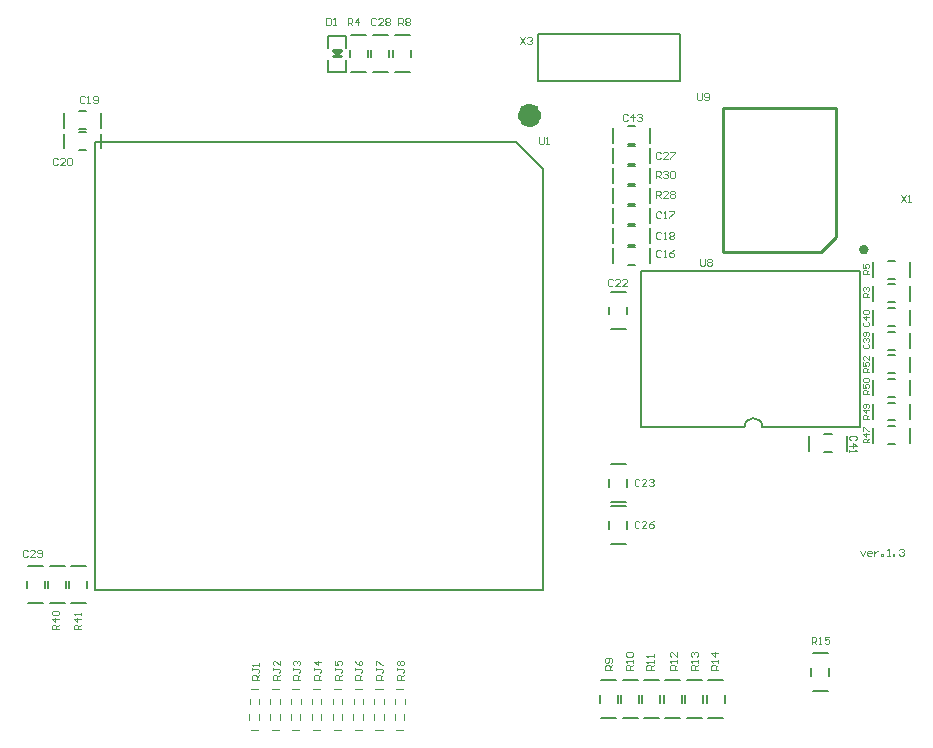
<source format=gto>
G04*
G04 #@! TF.GenerationSoftware,Altium Limited,Altium Designer,22.1.2 (22)*
G04*
G04 Layer_Color=439754*
%FSAX42Y42*%
%MOMM*%
G71*
G04*
G04 #@! TF.SameCoordinates,034806BB-B1BB-4671-9D6B-E9DA0DB7271A*
G04*
G04*
G04 #@! TF.FilePolarity,Positive*
G04*
G01*
G75*
%ADD10C,1.00*%
%ADD11C,0.15*%
%ADD12C,0.40*%
%ADD13C,0.20*%
%ADD14C,0.15*%
%ADD15C,0.25*%
%ADD16C,0.13*%
%ADD17C,0.10*%
D10*
X004880Y005317D02*
G03*
X004880Y005317I-000050J000000D01*
G01*
D11*
X006802Y002678D02*
G03*
X006650Y002678I-000076J000000D01*
G01*
X005770D02*
Y003999D01*
X007630Y002678D02*
Y003999D01*
X005770D02*
X007630D01*
X006802Y002678D02*
X007630D01*
X005770D02*
X006650D01*
D12*
X007680Y004180D02*
G03*
X007680Y004180I-000020J000000D01*
G01*
D13*
X004713Y005088D02*
X004942Y004860D01*
Y001295D02*
Y004860D01*
X001149Y001295D02*
X004942D01*
X001149D02*
Y005088D01*
X004713D01*
D14*
X000726Y001314D02*
Y001377D01*
X000574Y001314D02*
Y001377D01*
X000586Y001504D02*
X000714D01*
X000586Y001186D02*
X000714D01*
X000766Y001504D02*
X000894D01*
X000766Y001186D02*
X000894D01*
X000906Y001314D02*
Y001377D01*
X000754Y001314D02*
Y001377D01*
X000947Y001504D02*
X001073D01*
X000947Y001186D02*
X001073D01*
X001086Y001314D02*
Y001377D01*
X000934Y001314D02*
Y001377D01*
X003321Y005682D02*
X003448D01*
X003321Y005999D02*
X003448D01*
X003308Y005809D02*
Y005872D01*
X003461Y005809D02*
Y005872D01*
X003688Y005999D02*
X003815D01*
X003688Y005681D02*
X003815D01*
X003827Y005808D02*
Y005872D01*
X003675Y005808D02*
Y005872D01*
X003504Y005999D02*
X003631D01*
X003504Y005681D02*
X003631D01*
X003644Y005808D02*
Y005872D01*
X003492Y005808D02*
Y005872D01*
X008054Y003546D02*
Y003673D01*
X007736Y003546D02*
Y003673D01*
X007864Y003534D02*
X007927D01*
X007864Y003686D02*
X007927D01*
X007196Y002476D02*
Y002603D01*
X007514Y002476D02*
Y002603D01*
X007324Y002616D02*
X007387D01*
X007324Y002464D02*
X007387D01*
X008054Y003346D02*
Y003473D01*
X007736Y003346D02*
Y003473D01*
X007864Y003334D02*
X007927D01*
X007864Y003486D02*
X007927D01*
X008054Y002546D02*
Y002673D01*
X007736Y002546D02*
Y002673D01*
X007864Y002534D02*
X007927D01*
X007864Y002686D02*
X007927D01*
X007736Y003747D02*
Y003874D01*
X008054Y003747D02*
Y003874D01*
X007864Y003886D02*
X007927D01*
X007864Y003734D02*
X007927D01*
X007736Y003947D02*
Y004074D01*
X008054Y003947D02*
Y004074D01*
X007864Y004086D02*
X007927D01*
X007864Y003934D02*
X007927D01*
X008054Y002746D02*
Y002873D01*
X007736Y002746D02*
Y002873D01*
X007864Y002734D02*
X007927D01*
X007864Y002886D02*
X007927D01*
X008054Y003146D02*
Y003273D01*
X007736Y003146D02*
Y003273D01*
X007864Y003134D02*
X007927D01*
X007864Y003286D02*
X007927D01*
X007864Y003086D02*
X007927D01*
X007864Y002934D02*
X007927D01*
X007736Y002946D02*
Y003073D01*
X008054Y002946D02*
Y003073D01*
X005663Y005071D02*
X005727D01*
X005663Y005224D02*
X005727D01*
X005854Y005084D02*
Y005211D01*
X005537Y005084D02*
Y005211D01*
X005663Y004904D02*
X005726D01*
X005663Y005056D02*
X005726D01*
X005853Y004917D02*
Y005044D01*
X005536Y004917D02*
Y005044D01*
X005504Y001818D02*
Y001882D01*
X005656Y001818D02*
Y001882D01*
X005517Y001691D02*
X005644D01*
X005517Y002008D02*
X005644D01*
X005656Y002174D02*
Y002237D01*
X005504Y002174D02*
Y002237D01*
X005517Y002364D02*
X005644D01*
X005517Y002047D02*
X005644D01*
X005504Y003633D02*
Y003697D01*
X005656Y003633D02*
Y003697D01*
X005517Y003506D02*
X005644D01*
X005517Y003824D02*
X005644D01*
X001014Y005024D02*
X001077D01*
X001014Y005176D02*
X001077D01*
X001204Y005037D02*
Y005163D01*
X000886Y005037D02*
Y005163D01*
X001014Y005199D02*
X001077D01*
X001014Y005351D02*
X001077D01*
X001204Y005212D02*
Y005338D01*
X000886Y005212D02*
Y005338D01*
X005663Y004377D02*
X005726D01*
X005663Y004224D02*
X005726D01*
X005536Y004237D02*
Y004364D01*
X005853Y004237D02*
Y004364D01*
X005663Y004547D02*
X005726D01*
X005663Y004394D02*
X005726D01*
X005536Y004407D02*
Y004534D01*
X005853Y004407D02*
Y004534D01*
X005663Y004207D02*
X005726D01*
X005663Y004054D02*
X005726D01*
X005536Y004067D02*
Y004194D01*
X005853Y004067D02*
Y004194D01*
X007366Y000574D02*
Y000637D01*
X007214Y000574D02*
Y000637D01*
X007226Y000764D02*
X007354D01*
X007226Y000447D02*
X007354D01*
X005853Y004747D02*
Y004874D01*
X005536Y004747D02*
Y004874D01*
X005663Y004734D02*
X005726D01*
X005663Y004886D02*
X005726D01*
X005663Y004716D02*
X005726D01*
X005663Y004564D02*
X005726D01*
X005536Y004577D02*
Y004704D01*
X005853Y004577D02*
Y004704D01*
X004900Y005610D02*
X006100D01*
X004900D02*
Y006010D01*
X006100D01*
Y005610D02*
Y006010D01*
X005437Y000216D02*
X005563D01*
X005437Y000534D02*
X005563D01*
X005424Y000343D02*
Y000407D01*
X005576Y000343D02*
Y000407D01*
X005618Y000216D02*
X005745D01*
X005618Y000534D02*
X005745D01*
X005605Y000343D02*
Y000407D01*
X005757Y000343D02*
Y000407D01*
X005980Y000216D02*
X006107D01*
X005980Y000534D02*
X006107D01*
X005967Y000343D02*
Y000407D01*
X006120Y000343D02*
Y000407D01*
X006161Y000216D02*
X006288D01*
X006161Y000534D02*
X006288D01*
X006149Y000343D02*
Y000407D01*
X006301Y000343D02*
Y000407D01*
X006482Y000343D02*
Y000407D01*
X006330Y000343D02*
Y000407D01*
X006342Y000534D02*
X006469D01*
X006342Y000216D02*
X006469D01*
X005799D02*
X005926D01*
X005799Y000534D02*
X005926D01*
X005786Y000343D02*
Y000407D01*
X005939Y000343D02*
Y000407D01*
D15*
X003201Y005841D02*
Y005867D01*
X003162Y005816D02*
X003238D01*
X003162Y005867D02*
X003200D01*
Y005829D02*
X003238Y005867D01*
X003162D02*
X003200Y005829D01*
Y005867D02*
X003238D01*
X007425Y004288D02*
Y005381D01*
X007298Y004161D02*
X007425Y004288D01*
X006472Y004161D02*
X007298D01*
X006472Y005381D02*
X007425D01*
X006472Y004161D02*
Y005381D01*
D16*
X003124Y005686D02*
Y005788D01*
X003276Y005889D02*
Y005991D01*
Y005686D02*
Y005788D01*
X003124Y005889D02*
Y005991D01*
X003276D01*
X003124Y005686D02*
X003276D01*
D17*
X003702Y000462D02*
X003762D01*
X003771Y000200D02*
Y000250D01*
X003691Y000200D02*
Y000250D01*
X003692Y000330D02*
Y000380D01*
X003772Y000330D02*
Y000380D01*
X003702Y000117D02*
X003762D01*
X003526Y000462D02*
X003586D01*
X003595Y000200D02*
Y000250D01*
X003515Y000200D02*
Y000250D01*
X003516Y000330D02*
Y000380D01*
X003596Y000330D02*
Y000380D01*
X003526Y000117D02*
X003586D01*
X003350Y000462D02*
X003410D01*
X003419Y000200D02*
Y000250D01*
X003339Y000200D02*
Y000250D01*
X003340Y000330D02*
Y000380D01*
X003420Y000330D02*
Y000380D01*
X003350Y000117D02*
X003410D01*
X003174Y000462D02*
X003234D01*
X003243Y000200D02*
Y000250D01*
X003163Y000200D02*
Y000250D01*
X003164Y000330D02*
Y000380D01*
X003244Y000330D02*
Y000380D01*
X003174Y000117D02*
X003234D01*
X002998Y000462D02*
X003058D01*
X003067Y000200D02*
Y000250D01*
X002987Y000200D02*
Y000250D01*
X002988Y000330D02*
Y000380D01*
X003068Y000330D02*
Y000380D01*
X002998Y000117D02*
X003058D01*
X002822Y000462D02*
X002882D01*
X002891Y000200D02*
Y000250D01*
X002811Y000200D02*
Y000250D01*
X002812Y000330D02*
Y000380D01*
X002892Y000330D02*
Y000380D01*
X002822Y000117D02*
X002882D01*
X002646D02*
X002706D01*
X002716Y000330D02*
Y000380D01*
X002636Y000330D02*
Y000380D01*
X002635Y000200D02*
Y000250D01*
X002715Y000200D02*
Y000250D01*
X002646Y000462D02*
X002706D01*
X002470D02*
X002530D01*
X002539Y000200D02*
Y000250D01*
X002459Y000200D02*
Y000250D01*
X002460Y000330D02*
Y000380D01*
X002540Y000330D02*
Y000380D01*
X002470Y000117D02*
X002530D01*
X007630Y001630D02*
X007650Y001590D01*
X007670Y001630D01*
X007720Y001590D02*
X007700D01*
X007690Y001600D01*
Y001620D01*
X007700Y001630D01*
X007720D01*
X007730Y001620D01*
Y001610D01*
X007690D01*
X007750Y001630D02*
Y001590D01*
Y001610D01*
X007760Y001620D01*
X007770Y001630D01*
X007780D01*
X007810Y001590D02*
Y001600D01*
X007820D01*
Y001590D01*
X007810D01*
X007860D02*
X007880D01*
X007870D01*
Y001650D01*
X007860Y001640D01*
X007910Y001590D02*
Y001600D01*
X007920D01*
Y001590D01*
X007910D01*
X007960Y001640D02*
X007970Y001650D01*
X007990D01*
X008000Y001640D01*
Y001630D01*
X007990Y001620D01*
X007980D01*
X007990D01*
X008000Y001610D01*
Y001600D01*
X007990Y001590D01*
X007970D01*
X007960Y001600D01*
X007976Y004642D02*
X008016Y004582D01*
Y004642D02*
X007976Y004582D01*
X008036D02*
X008056D01*
X008046D01*
Y004642D01*
X008036Y004632D01*
X004912Y005132D02*
Y005082D01*
X004922Y005072D01*
X004942D01*
X004952Y005082D01*
Y005132D01*
X004972Y005072D02*
X004992D01*
X004982D01*
Y005132D01*
X004972Y005122D01*
X003290Y006080D02*
Y006140D01*
X003320D01*
X003330Y006130D01*
Y006110D01*
X003320Y006100D01*
X003290D01*
X003310D02*
X003330Y006080D01*
X003380D02*
Y006140D01*
X003350Y006110D01*
X003390D01*
X003110Y006140D02*
Y006080D01*
X003140D01*
X003150Y006090D01*
Y006130D01*
X003140Y006140D01*
X003110D01*
X003170Y006080D02*
X003190D01*
X003180D01*
Y006140D01*
X003170Y006130D01*
X003765Y000540D02*
X003705D01*
Y000570D01*
X003715Y000580D01*
X003735D01*
X003745Y000570D01*
Y000540D01*
Y000560D02*
X003765Y000580D01*
X003705Y000640D02*
Y000620D01*
Y000630D01*
X003755D01*
X003765Y000620D01*
Y000610D01*
X003755Y000600D01*
X003715Y000660D02*
X003705Y000670D01*
Y000690D01*
X003715Y000700D01*
X003725D01*
X003735Y000690D01*
X003745Y000700D01*
X003755D01*
X003765Y000690D01*
Y000670D01*
X003755Y000660D01*
X003745D01*
X003735Y000670D01*
X003725Y000660D01*
X003715D01*
X003735Y000670D02*
Y000690D01*
X003590Y000540D02*
X003530D01*
Y000570D01*
X003540Y000580D01*
X003560D01*
X003570Y000570D01*
Y000540D01*
Y000560D02*
X003590Y000580D01*
X003530Y000640D02*
Y000620D01*
Y000630D01*
X003580D01*
X003590Y000620D01*
Y000610D01*
X003580Y000600D01*
X003530Y000660D02*
Y000700D01*
X003540D01*
X003580Y000660D01*
X003590D01*
X003415Y000540D02*
X003355D01*
Y000570D01*
X003365Y000580D01*
X003385D01*
X003395Y000570D01*
Y000540D01*
Y000560D02*
X003415Y000580D01*
X003355Y000640D02*
Y000620D01*
Y000630D01*
X003405D01*
X003415Y000620D01*
Y000610D01*
X003405Y000600D01*
X003355Y000700D02*
X003365Y000680D01*
X003385Y000660D01*
X003405D01*
X003415Y000670D01*
Y000690D01*
X003405Y000700D01*
X003395D01*
X003385Y000690D01*
Y000660D01*
X003240Y000540D02*
X003180D01*
Y000570D01*
X003190Y000580D01*
X003210D01*
X003220Y000570D01*
Y000540D01*
Y000560D02*
X003240Y000580D01*
X003180Y000640D02*
Y000620D01*
Y000630D01*
X003230D01*
X003240Y000620D01*
Y000610D01*
X003230Y000600D01*
X003180Y000700D02*
Y000660D01*
X003210D01*
X003200Y000680D01*
Y000690D01*
X003210Y000700D01*
X003230D01*
X003240Y000690D01*
Y000670D01*
X003230Y000660D01*
X003065Y000540D02*
X003005D01*
Y000570D01*
X003015Y000580D01*
X003035D01*
X003045Y000570D01*
Y000540D01*
Y000560D02*
X003065Y000580D01*
X003005Y000640D02*
Y000620D01*
Y000630D01*
X003055D01*
X003065Y000620D01*
Y000610D01*
X003055Y000600D01*
X003065Y000690D02*
X003005D01*
X003035Y000660D01*
Y000700D01*
X002890Y000540D02*
X002830D01*
Y000570D01*
X002840Y000580D01*
X002860D01*
X002870Y000570D01*
Y000540D01*
Y000560D02*
X002890Y000580D01*
X002830Y000640D02*
Y000620D01*
Y000630D01*
X002880D01*
X002890Y000620D01*
Y000610D01*
X002880Y000600D01*
X002840Y000660D02*
X002830Y000670D01*
Y000690D01*
X002840Y000700D01*
X002850D01*
X002860Y000690D01*
Y000680D01*
Y000690D01*
X002870Y000700D01*
X002880D01*
X002890Y000690D01*
Y000670D01*
X002880Y000660D01*
X002715Y000540D02*
X002655D01*
Y000570D01*
X002665Y000580D01*
X002685D01*
X002695Y000570D01*
Y000540D01*
Y000560D02*
X002715Y000580D01*
X002655Y000640D02*
Y000620D01*
Y000630D01*
X002705D01*
X002715Y000620D01*
Y000610D01*
X002705Y000600D01*
X002715Y000700D02*
Y000660D01*
X002675Y000700D01*
X002665D01*
X002655Y000690D01*
Y000670D01*
X002665Y000660D01*
X002540Y000538D02*
X002480D01*
Y000568D01*
X002490Y000578D01*
X002510D01*
X002520Y000568D01*
Y000538D01*
Y000558D02*
X002540Y000578D01*
X002480Y000638D02*
Y000618D01*
Y000628D01*
X002530D01*
X002540Y000618D01*
Y000608D01*
X002530Y000598D01*
X002540Y000658D02*
Y000678D01*
Y000668D01*
X002480D01*
X002490Y000658D01*
X007706Y003978D02*
X007656D01*
Y004003D01*
X007665Y004012D01*
X007681D01*
X007690Y004003D01*
Y003978D01*
Y003995D02*
X007706Y004012D01*
X007656Y004062D02*
Y004028D01*
X007681D01*
X007673Y004045D01*
Y004053D01*
X007681Y004062D01*
X007698D01*
X007706Y004053D01*
Y004037D01*
X007698Y004028D01*
X007706Y003783D02*
X007656D01*
Y003808D01*
X007665Y003817D01*
X007681D01*
X007690Y003808D01*
Y003783D01*
Y003800D02*
X007706Y003817D01*
X007665Y003833D02*
X007656Y003842D01*
Y003858D01*
X007665Y003867D01*
X007673D01*
X007681Y003858D01*
Y003850D01*
Y003858D01*
X007690Y003867D01*
X007698D01*
X007706Y003858D01*
Y003842D01*
X007698Y003833D01*
X004750Y005980D02*
X004790Y005920D01*
Y005980D02*
X004750Y005920D01*
X004810Y005970D02*
X004820Y005980D01*
X004840D01*
X004850Y005970D01*
Y005960D01*
X004840Y005950D01*
X004830D01*
X004840D01*
X004850Y005940D01*
Y005930D01*
X004840Y005920D01*
X004820D01*
X004810Y005930D01*
X006250Y005505D02*
Y005455D01*
X006260Y005445D01*
X006280D01*
X006290Y005455D01*
Y005505D01*
X006310Y005455D02*
X006320Y005445D01*
X006340D01*
X006350Y005455D01*
Y005495D01*
X006340Y005505D01*
X006320D01*
X006310Y005495D01*
Y005485D01*
X006320Y005475D01*
X006350D01*
X006275Y004105D02*
Y004055D01*
X006285Y004045D01*
X006305D01*
X006315Y004055D01*
Y004105D01*
X006335Y004095D02*
X006345Y004105D01*
X006365D01*
X006375Y004095D01*
Y004085D01*
X006365Y004075D01*
X006375Y004065D01*
Y004055D01*
X006365Y004045D01*
X006345D01*
X006335Y004055D01*
Y004065D01*
X006345Y004075D01*
X006335Y004085D01*
Y004095D01*
X006345Y004075D02*
X006365D01*
X007706Y003146D02*
X007656D01*
Y003171D01*
X007665Y003179D01*
X007681D01*
X007690Y003171D01*
Y003146D01*
Y003163D02*
X007706Y003179D01*
X007656Y003229D02*
Y003196D01*
X007681D01*
X007673Y003213D01*
Y003221D01*
X007681Y003229D01*
X007698D01*
X007706Y003221D01*
Y003204D01*
X007698Y003196D01*
X007706Y003279D02*
Y003246D01*
X007673Y003279D01*
X007665D01*
X007656Y003271D01*
Y003254D01*
X007665Y003246D01*
X007706Y002958D02*
X007656D01*
Y002983D01*
X007665Y002992D01*
X007681D01*
X007690Y002983D01*
Y002958D01*
Y002975D02*
X007706Y002992D01*
X007656Y003042D02*
Y003008D01*
X007681D01*
X007673Y003025D01*
Y003033D01*
X007681Y003042D01*
X007698D01*
X007706Y003033D01*
Y003017D01*
X007698Y003008D01*
X007665Y003058D02*
X007656Y003067D01*
Y003083D01*
X007665Y003092D01*
X007698D01*
X007706Y003083D01*
Y003067D01*
X007698Y003058D01*
X007665D01*
X007706Y002744D02*
X007656D01*
Y002769D01*
X007665Y002777D01*
X007681D01*
X007690Y002769D01*
Y002744D01*
Y002761D02*
X007706Y002777D01*
Y002819D02*
X007656D01*
X007681Y002794D01*
Y002827D01*
X007698Y002844D02*
X007706Y002852D01*
Y002869D01*
X007698Y002877D01*
X007665D01*
X007656Y002869D01*
Y002852D01*
X007665Y002844D01*
X007673D01*
X007681Y002852D01*
Y002877D01*
X007706Y002548D02*
X007656D01*
Y002573D01*
X007665Y002581D01*
X007681D01*
X007690Y002573D01*
Y002548D01*
Y002565D02*
X007706Y002581D01*
Y002623D02*
X007656D01*
X007681Y002598D01*
Y002631D01*
X007656Y002648D02*
Y002681D01*
X007665D01*
X007698Y002648D01*
X007706D01*
X001030Y000966D02*
X000970D01*
Y000996D01*
X000980Y001006D01*
X001000D01*
X001010Y000996D01*
Y000966D01*
Y000986D02*
X001030Y001006D01*
Y001055D02*
X000970D01*
X001000Y001026D01*
Y001065D01*
X001030Y001085D02*
Y001105D01*
Y001095D01*
X000970D01*
X000980Y001085D01*
X000845Y000966D02*
X000785D01*
Y000996D01*
X000795Y001006D01*
X000815D01*
X000825Y000996D01*
Y000966D01*
Y000986D02*
X000845Y001006D01*
Y001055D02*
X000785D01*
X000815Y001026D01*
Y001065D01*
X000795Y001085D02*
X000785Y001095D01*
Y001115D01*
X000795Y001125D01*
X000835D01*
X000845Y001115D01*
Y001095D01*
X000835Y001085D01*
X000795D01*
X005900Y004788D02*
Y004848D01*
X005930D01*
X005940Y004838D01*
Y004818D01*
X005930Y004808D01*
X005900D01*
X005920D02*
X005940Y004788D01*
X005960Y004838D02*
X005970Y004848D01*
X005990D01*
X006000Y004838D01*
Y004828D01*
X005990Y004818D01*
X005980D01*
X005990D01*
X006000Y004808D01*
Y004798D01*
X005990Y004788D01*
X005970D01*
X005960Y004798D01*
X006020Y004838D02*
X006030Y004848D01*
X006050D01*
X006060Y004838D01*
Y004798D01*
X006050Y004788D01*
X006030D01*
X006020Y004798D01*
Y004838D01*
X005900Y004620D02*
Y004680D01*
X005930D01*
X005940Y004670D01*
Y004650D01*
X005930Y004640D01*
X005900D01*
X005920D02*
X005940Y004620D01*
X006000D02*
X005960D01*
X006000Y004660D01*
Y004670D01*
X005990Y004680D01*
X005970D01*
X005960Y004670D01*
X006020D02*
X006030Y004680D01*
X006050D01*
X006060Y004670D01*
Y004660D01*
X006050Y004650D01*
X006060Y004640D01*
Y004630D01*
X006050Y004620D01*
X006030D01*
X006020Y004630D01*
Y004640D01*
X006030Y004650D01*
X006020Y004660D01*
Y004670D01*
X006030Y004650D02*
X006050D01*
X007218Y000842D02*
Y000902D01*
X007248D01*
X007258Y000892D01*
Y000872D01*
X007248Y000862D01*
X007218D01*
X007238D02*
X007258Y000842D01*
X007278D02*
X007298D01*
X007288D01*
Y000902D01*
X007278Y000892D01*
X007368Y000902D02*
X007328D01*
Y000872D01*
X007348Y000882D01*
X007358D01*
X007368Y000872D01*
Y000852D01*
X007358Y000842D01*
X007338D01*
X007328Y000852D01*
X006430Y000625D02*
X006370D01*
Y000655D01*
X006380Y000665D01*
X006400D01*
X006410Y000655D01*
Y000625D01*
Y000645D02*
X006430Y000665D01*
Y000685D02*
Y000705D01*
Y000695D01*
X006370D01*
X006380Y000685D01*
X006430Y000765D02*
X006370D01*
X006400Y000735D01*
Y000775D01*
X006255Y000625D02*
X006195D01*
Y000655D01*
X006205Y000665D01*
X006225D01*
X006235Y000655D01*
Y000625D01*
Y000645D02*
X006255Y000665D01*
Y000685D02*
Y000705D01*
Y000695D01*
X006195D01*
X006205Y000685D01*
Y000735D02*
X006195Y000745D01*
Y000765D01*
X006205Y000775D01*
X006215D01*
X006225Y000765D01*
Y000755D01*
Y000765D01*
X006235Y000775D01*
X006245D01*
X006255Y000765D01*
Y000745D01*
X006245Y000735D01*
X006080Y000625D02*
X006020D01*
Y000655D01*
X006030Y000665D01*
X006050D01*
X006060Y000655D01*
Y000625D01*
Y000645D02*
X006080Y000665D01*
Y000685D02*
Y000705D01*
Y000695D01*
X006020D01*
X006030Y000685D01*
X006080Y000775D02*
Y000735D01*
X006040Y000775D01*
X006030D01*
X006020Y000765D01*
Y000745D01*
X006030Y000735D01*
X005880Y000623D02*
X005820D01*
Y000653D01*
X005830Y000663D01*
X005850D01*
X005860Y000653D01*
Y000623D01*
Y000643D02*
X005880Y000663D01*
Y000683D02*
Y000703D01*
Y000693D01*
X005820D01*
X005830Y000683D01*
X005880Y000733D02*
Y000753D01*
Y000743D01*
X005820D01*
X005830Y000733D01*
X005705Y000625D02*
X005645D01*
Y000655D01*
X005655Y000665D01*
X005675D01*
X005685Y000655D01*
Y000625D01*
Y000645D02*
X005705Y000665D01*
Y000685D02*
Y000705D01*
Y000695D01*
X005645D01*
X005655Y000685D01*
Y000735D02*
X005645Y000745D01*
Y000765D01*
X005655Y000775D01*
X005695D01*
X005705Y000765D01*
Y000745D01*
X005695Y000735D01*
X005655D01*
X005530Y000621D02*
X005470D01*
Y000651D01*
X005480Y000661D01*
X005500D01*
X005510Y000651D01*
Y000621D01*
Y000641D02*
X005530Y000661D01*
X005520Y000681D02*
X005530Y000691D01*
Y000711D01*
X005520Y000721D01*
X005480D01*
X005470Y000711D01*
Y000691D01*
X005480Y000681D01*
X005490D01*
X005500Y000691D01*
Y000721D01*
X003720Y006080D02*
Y006140D01*
X003750D01*
X003760Y006130D01*
Y006110D01*
X003750Y006100D01*
X003720D01*
X003740D02*
X003760Y006080D01*
X003780Y006130D02*
X003790Y006140D01*
X003810D01*
X003820Y006130D01*
Y006120D01*
X003810Y006110D01*
X003820Y006100D01*
Y006090D01*
X003810Y006080D01*
X003790D01*
X003780Y006090D01*
Y006100D01*
X003790Y006110D01*
X003780Y006120D01*
Y006130D01*
X003790Y006110D02*
X003810D01*
X005660Y005320D02*
X005650Y005330D01*
X005630D01*
X005620Y005320D01*
Y005280D01*
X005630Y005270D01*
X005650D01*
X005660Y005280D01*
X005710Y005270D02*
Y005330D01*
X005680Y005300D01*
X005720D01*
X005740Y005320D02*
X005750Y005330D01*
X005770D01*
X005780Y005320D01*
Y005310D01*
X005770Y005300D01*
X005760D01*
X005770D01*
X005780Y005290D01*
Y005280D01*
X005770Y005270D01*
X005750D01*
X005740Y005280D01*
X007589Y002565D02*
X007599Y002575D01*
Y002595D01*
X007589Y002605D01*
X007549D01*
X007539Y002595D01*
Y002575D01*
X007549Y002565D01*
X007539Y002515D02*
X007599D01*
X007569Y002545D01*
Y002505D01*
X007539Y002485D02*
Y002465D01*
Y002475D01*
X007599D01*
X007589Y002485D01*
X007665Y003567D02*
X007656Y003558D01*
Y003542D01*
X007665Y003533D01*
X007698D01*
X007706Y003542D01*
Y003558D01*
X007698Y003567D01*
X007706Y003608D02*
X007656D01*
X007681Y003583D01*
Y003617D01*
X007665Y003633D02*
X007656Y003642D01*
Y003658D01*
X007665Y003667D01*
X007698D01*
X007706Y003658D01*
Y003642D01*
X007698Y003633D01*
X007665D01*
Y003382D02*
X007656Y003373D01*
Y003357D01*
X007665Y003348D01*
X007698D01*
X007706Y003357D01*
Y003373D01*
X007698Y003382D01*
X007665Y003398D02*
X007656Y003407D01*
Y003423D01*
X007665Y003432D01*
X007673D01*
X007681Y003423D01*
Y003415D01*
Y003423D01*
X007690Y003432D01*
X007698D01*
X007706Y003423D01*
Y003407D01*
X007698Y003398D01*
Y003448D02*
X007706Y003457D01*
Y003473D01*
X007698Y003482D01*
X007665D01*
X007656Y003473D01*
Y003457D01*
X007665Y003448D01*
X007673D01*
X007681Y003457D01*
Y003482D01*
X000580Y001630D02*
X000570Y001640D01*
X000550D01*
X000540Y001630D01*
Y001590D01*
X000550Y001580D01*
X000570D01*
X000580Y001590D01*
X000640Y001580D02*
X000600D01*
X000640Y001620D01*
Y001630D01*
X000630Y001640D01*
X000610D01*
X000600Y001630D01*
X000660Y001590D02*
X000670Y001580D01*
X000690D01*
X000700Y001590D01*
Y001630D01*
X000690Y001640D01*
X000670D01*
X000660Y001630D01*
Y001620D01*
X000670Y001610D01*
X000700D01*
X003530Y006130D02*
X003520Y006140D01*
X003500D01*
X003490Y006130D01*
Y006090D01*
X003500Y006080D01*
X003520D01*
X003530Y006090D01*
X003590Y006080D02*
X003550D01*
X003590Y006120D01*
Y006130D01*
X003580Y006140D01*
X003560D01*
X003550Y006130D01*
X003610D02*
X003620Y006140D01*
X003640D01*
X003650Y006130D01*
Y006120D01*
X003640Y006110D01*
X003650Y006100D01*
Y006090D01*
X003640Y006080D01*
X003620D01*
X003610Y006090D01*
Y006100D01*
X003620Y006110D01*
X003610Y006120D01*
Y006130D01*
X003620Y006110D02*
X003640D01*
X005940Y004999D02*
X005930Y005009D01*
X005910D01*
X005900Y004999D01*
Y004959D01*
X005910Y004949D01*
X005930D01*
X005940Y004959D01*
X006000Y004949D02*
X005960D01*
X006000Y004989D01*
Y004999D01*
X005990Y005009D01*
X005970D01*
X005960Y004999D01*
X006020Y005009D02*
X006060D01*
Y004999D01*
X006020Y004959D01*
Y004949D01*
X005760Y001876D02*
X005750Y001886D01*
X005730D01*
X005720Y001876D01*
Y001836D01*
X005730Y001826D01*
X005750D01*
X005760Y001836D01*
X005820Y001826D02*
X005780D01*
X005820Y001866D01*
Y001876D01*
X005810Y001886D01*
X005790D01*
X005780Y001876D01*
X005880Y001886D02*
X005860Y001876D01*
X005840Y001856D01*
Y001836D01*
X005850Y001826D01*
X005870D01*
X005880Y001836D01*
Y001846D01*
X005870Y001856D01*
X005840D01*
X005760Y002230D02*
X005750Y002240D01*
X005730D01*
X005720Y002230D01*
Y002190D01*
X005730Y002180D01*
X005750D01*
X005760Y002190D01*
X005820Y002180D02*
X005780D01*
X005820Y002220D01*
Y002230D01*
X005810Y002240D01*
X005790D01*
X005780Y002230D01*
X005840D02*
X005850Y002240D01*
X005870D01*
X005880Y002230D01*
Y002220D01*
X005870Y002210D01*
X005860D01*
X005870D01*
X005880Y002200D01*
Y002190D01*
X005870Y002180D01*
X005850D01*
X005840Y002190D01*
X005535Y003920D02*
X005525Y003930D01*
X005505D01*
X005495Y003920D01*
Y003880D01*
X005505Y003870D01*
X005525D01*
X005535Y003880D01*
X005595Y003870D02*
X005555D01*
X005595Y003910D01*
Y003920D01*
X005585Y003930D01*
X005565D01*
X005555Y003920D01*
X005655Y003870D02*
X005615D01*
X005655Y003910D01*
Y003920D01*
X005645Y003930D01*
X005625D01*
X005615Y003920D01*
X000835Y004945D02*
X000825Y004955D01*
X000805D01*
X000795Y004945D01*
Y004905D01*
X000805Y004895D01*
X000825D01*
X000835Y004905D01*
X000895Y004895D02*
X000855D01*
X000895Y004935D01*
Y004945D01*
X000885Y004955D01*
X000865D01*
X000855Y004945D01*
X000915D02*
X000925Y004955D01*
X000945D01*
X000955Y004945D01*
Y004905D01*
X000945Y004895D01*
X000925D01*
X000915Y004905D01*
Y004945D01*
X001065Y005470D02*
X001055Y005480D01*
X001035D01*
X001025Y005470D01*
Y005430D01*
X001035Y005420D01*
X001055D01*
X001065Y005430D01*
X001085Y005420D02*
X001105D01*
X001095D01*
Y005480D01*
X001085Y005470D01*
X001135Y005430D02*
X001145Y005420D01*
X001165D01*
X001175Y005430D01*
Y005470D01*
X001165Y005480D01*
X001145D01*
X001135Y005470D01*
Y005460D01*
X001145Y005450D01*
X001175D01*
X005945Y004320D02*
X005935Y004330D01*
X005915D01*
X005905Y004320D01*
Y004280D01*
X005915Y004270D01*
X005935D01*
X005945Y004280D01*
X005965Y004270D02*
X005985D01*
X005975D01*
Y004330D01*
X005965Y004320D01*
X006015D02*
X006025Y004330D01*
X006045D01*
X006055Y004320D01*
Y004310D01*
X006045Y004300D01*
X006055Y004290D01*
Y004280D01*
X006045Y004270D01*
X006025D01*
X006015Y004280D01*
Y004290D01*
X006025Y004300D01*
X006015Y004310D01*
Y004320D01*
X006025Y004300D02*
X006045D01*
X005945Y004495D02*
X005935Y004505D01*
X005915D01*
X005905Y004495D01*
Y004455D01*
X005915Y004445D01*
X005935D01*
X005945Y004455D01*
X005965Y004445D02*
X005985D01*
X005975D01*
Y004505D01*
X005965Y004495D01*
X006015Y004505D02*
X006055D01*
Y004495D01*
X006015Y004455D01*
Y004445D01*
X005945Y004170D02*
X005935Y004180D01*
X005915D01*
X005905Y004170D01*
Y004130D01*
X005915Y004120D01*
X005935D01*
X005945Y004130D01*
X005965Y004120D02*
X005985D01*
X005975D01*
Y004180D01*
X005965Y004170D01*
X006055Y004180D02*
X006035Y004170D01*
X006015Y004150D01*
Y004130D01*
X006025Y004120D01*
X006045D01*
X006055Y004130D01*
Y004140D01*
X006045Y004150D01*
X006015D01*
M02*

</source>
